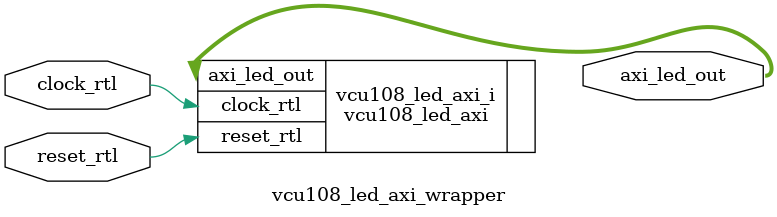
<source format=v>
`timescale 1 ps / 1 ps

module vcu108_led_axi_wrapper
   (axi_led_out,
    clock_rtl,
    reset_rtl);
  output [3:0]axi_led_out;
  input clock_rtl;
  input reset_rtl;

  wire [3:0]axi_led_out;
  wire clock_rtl;
  wire reset_rtl;

  vcu108_led_axi vcu108_led_axi_i
       (.axi_led_out(axi_led_out),
        .clock_rtl(clock_rtl),
        .reset_rtl(reset_rtl));
endmodule

</source>
